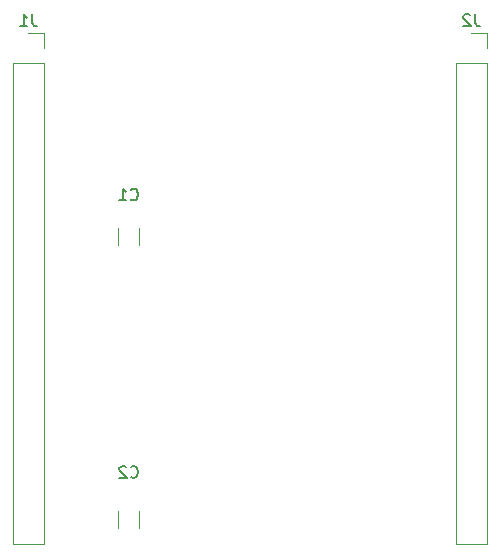
<source format=gbr>
%TF.GenerationSoftware,KiCad,Pcbnew,7.0.10*%
%TF.CreationDate,2024-02-06T22:12:15+01:00*%
%TF.ProjectId,16M2164_Ersatz_SRAM,31364d32-3136-4345-9f45-727361747a5f,1*%
%TF.SameCoordinates,Original*%
%TF.FileFunction,Legend,Bot*%
%TF.FilePolarity,Positive*%
%FSLAX46Y46*%
G04 Gerber Fmt 4.6, Leading zero omitted, Abs format (unit mm)*
G04 Created by KiCad (PCBNEW 7.0.10) date 2024-02-06 22:12:15*
%MOMM*%
%LPD*%
G01*
G04 APERTURE LIST*
%ADD10C,0.150000*%
%ADD11C,0.120000*%
G04 APERTURE END LIST*
D10*
X190333333Y-81704819D02*
X190333333Y-82419104D01*
X190333333Y-82419104D02*
X190380952Y-82561961D01*
X190380952Y-82561961D02*
X190476190Y-82657200D01*
X190476190Y-82657200D02*
X190619047Y-82704819D01*
X190619047Y-82704819D02*
X190714285Y-82704819D01*
X189904761Y-81800057D02*
X189857142Y-81752438D01*
X189857142Y-81752438D02*
X189761904Y-81704819D01*
X189761904Y-81704819D02*
X189523809Y-81704819D01*
X189523809Y-81704819D02*
X189428571Y-81752438D01*
X189428571Y-81752438D02*
X189380952Y-81800057D01*
X189380952Y-81800057D02*
X189333333Y-81895295D01*
X189333333Y-81895295D02*
X189333333Y-81990533D01*
X189333333Y-81990533D02*
X189380952Y-82133390D01*
X189380952Y-82133390D02*
X189952380Y-82704819D01*
X189952380Y-82704819D02*
X189333333Y-82704819D01*
X152833333Y-81704819D02*
X152833333Y-82419104D01*
X152833333Y-82419104D02*
X152880952Y-82561961D01*
X152880952Y-82561961D02*
X152976190Y-82657200D01*
X152976190Y-82657200D02*
X153119047Y-82704819D01*
X153119047Y-82704819D02*
X153214285Y-82704819D01*
X151833333Y-82704819D02*
X152404761Y-82704819D01*
X152119047Y-82704819D02*
X152119047Y-81704819D01*
X152119047Y-81704819D02*
X152214285Y-81847676D01*
X152214285Y-81847676D02*
X152309523Y-81942914D01*
X152309523Y-81942914D02*
X152404761Y-81990533D01*
X161166666Y-120859580D02*
X161214285Y-120907200D01*
X161214285Y-120907200D02*
X161357142Y-120954819D01*
X161357142Y-120954819D02*
X161452380Y-120954819D01*
X161452380Y-120954819D02*
X161595237Y-120907200D01*
X161595237Y-120907200D02*
X161690475Y-120811961D01*
X161690475Y-120811961D02*
X161738094Y-120716723D01*
X161738094Y-120716723D02*
X161785713Y-120526247D01*
X161785713Y-120526247D02*
X161785713Y-120383390D01*
X161785713Y-120383390D02*
X161738094Y-120192914D01*
X161738094Y-120192914D02*
X161690475Y-120097676D01*
X161690475Y-120097676D02*
X161595237Y-120002438D01*
X161595237Y-120002438D02*
X161452380Y-119954819D01*
X161452380Y-119954819D02*
X161357142Y-119954819D01*
X161357142Y-119954819D02*
X161214285Y-120002438D01*
X161214285Y-120002438D02*
X161166666Y-120050057D01*
X160785713Y-120050057D02*
X160738094Y-120002438D01*
X160738094Y-120002438D02*
X160642856Y-119954819D01*
X160642856Y-119954819D02*
X160404761Y-119954819D01*
X160404761Y-119954819D02*
X160309523Y-120002438D01*
X160309523Y-120002438D02*
X160261904Y-120050057D01*
X160261904Y-120050057D02*
X160214285Y-120145295D01*
X160214285Y-120145295D02*
X160214285Y-120240533D01*
X160214285Y-120240533D02*
X160261904Y-120383390D01*
X160261904Y-120383390D02*
X160833332Y-120954819D01*
X160833332Y-120954819D02*
X160214285Y-120954819D01*
X161166666Y-97359580D02*
X161214285Y-97407200D01*
X161214285Y-97407200D02*
X161357142Y-97454819D01*
X161357142Y-97454819D02*
X161452380Y-97454819D01*
X161452380Y-97454819D02*
X161595237Y-97407200D01*
X161595237Y-97407200D02*
X161690475Y-97311961D01*
X161690475Y-97311961D02*
X161738094Y-97216723D01*
X161738094Y-97216723D02*
X161785713Y-97026247D01*
X161785713Y-97026247D02*
X161785713Y-96883390D01*
X161785713Y-96883390D02*
X161738094Y-96692914D01*
X161738094Y-96692914D02*
X161690475Y-96597676D01*
X161690475Y-96597676D02*
X161595237Y-96502438D01*
X161595237Y-96502438D02*
X161452380Y-96454819D01*
X161452380Y-96454819D02*
X161357142Y-96454819D01*
X161357142Y-96454819D02*
X161214285Y-96502438D01*
X161214285Y-96502438D02*
X161166666Y-96550057D01*
X160214285Y-97454819D02*
X160785713Y-97454819D01*
X160499999Y-97454819D02*
X160499999Y-96454819D01*
X160499999Y-96454819D02*
X160595237Y-96597676D01*
X160595237Y-96597676D02*
X160690475Y-96692914D01*
X160690475Y-96692914D02*
X160785713Y-96740533D01*
D11*
%TO.C,J2*%
X191330000Y-126550000D02*
X188670000Y-126550000D01*
X191330000Y-85850000D02*
X191330000Y-126550000D01*
X191330000Y-85850000D02*
X188670000Y-85850000D01*
X191330000Y-84580000D02*
X191330000Y-83250000D01*
X191330000Y-83250000D02*
X190000000Y-83250000D01*
X188670000Y-85850000D02*
X188670000Y-126550000D01*
%TO.C,J1*%
X153830000Y-126550000D02*
X151170000Y-126550000D01*
X153830000Y-85850000D02*
X153830000Y-126550000D01*
X153830000Y-85850000D02*
X151170000Y-85850000D01*
X153830000Y-84580000D02*
X153830000Y-83250000D01*
X153830000Y-83250000D02*
X152500000Y-83250000D01*
X151170000Y-85850000D02*
X151170000Y-126550000D01*
%TO.C,C2*%
X161910000Y-123788748D02*
X161910000Y-125211252D01*
X160090000Y-123788748D02*
X160090000Y-125211252D01*
%TO.C,C1*%
X161910000Y-99788748D02*
X161910000Y-101211252D01*
X160090000Y-99788748D02*
X160090000Y-101211252D01*
%TD*%
M02*

</source>
